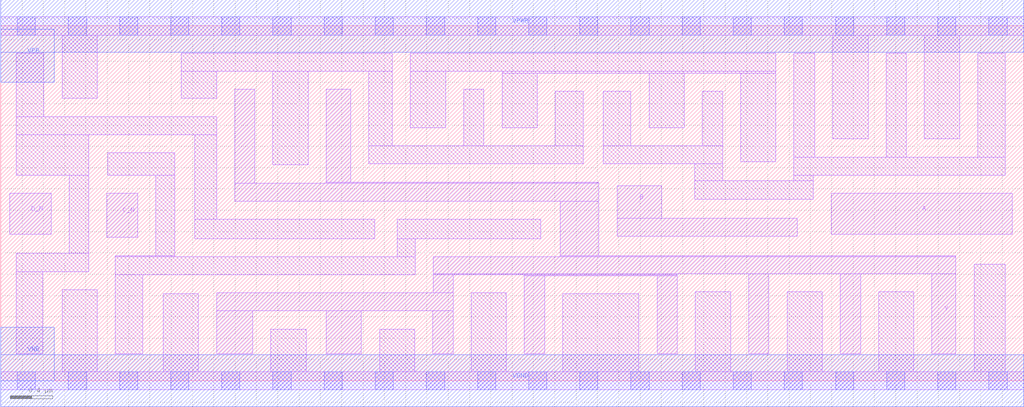
<source format=lef>
# Copyright 2020 The SkyWater PDK Authors
#
# Licensed under the Apache License, Version 2.0 (the "License");
# you may not use this file except in compliance with the License.
# You may obtain a copy of the License at
#
#     https://www.apache.org/licenses/LICENSE-2.0
#
# Unless required by applicable law or agreed to in writing, software
# distributed under the License is distributed on an "AS IS" BASIS,
# WITHOUT WARRANTIES OR CONDITIONS OF ANY KIND, either express or implied.
# See the License for the specific language governing permissions and
# limitations under the License.
#
# SPDX-License-Identifier: Apache-2.0

VERSION 5.5 ;
NAMESCASESENSITIVE ON ;
BUSBITCHARS "[]" ;
DIVIDERCHAR "/" ;
MACRO sky130_fd_sc_lp__nor4bb_4
  CLASS CORE ;
  SOURCE USER ;
  ORIGIN  0.000000  0.000000 ;
  SIZE  9.600000 BY  3.330000 ;
  SYMMETRY X Y R90 ;
  SITE unit ;
  PIN A
    ANTENNAGATEAREA  1.260000 ;
    DIRECTION INPUT ;
    USE SIGNAL ;
    PORT
      LAYER li1 ;
        RECT 7.795000 1.375000 9.495000 1.760000 ;
    END
  END A
  PIN B
    ANTENNAGATEAREA  1.260000 ;
    DIRECTION INPUT ;
    USE SIGNAL ;
    PORT
      LAYER li1 ;
        RECT 5.785000 1.355000 7.475000 1.525000 ;
        RECT 5.785000 1.525000 6.205000 1.830000 ;
    END
  END B
  PIN C_N
    ANTENNAGATEAREA  0.315000 ;
    DIRECTION INPUT ;
    USE SIGNAL ;
    PORT
      LAYER li1 ;
        RECT 0.995000 1.345000 1.285000 1.760000 ;
    END
  END C_N
  PIN D_N
    ANTENNAGATEAREA  0.315000 ;
    DIRECTION INPUT ;
    USE SIGNAL ;
    PORT
      LAYER li1 ;
        RECT 0.085000 1.375000 0.475000 1.760000 ;
    END
  END D_N
  PIN Y
    ANTENNADIFFAREA  2.587200 ;
    DIRECTION OUTPUT ;
    USE SIGNAL ;
    PORT
      LAYER li1 ;
        RECT 2.025000 0.255000 2.365000 0.655000 ;
        RECT 2.025000 0.655000 4.245000 0.825000 ;
        RECT 2.195000 1.685000 5.615000 1.855000 ;
        RECT 2.195000 1.855000 2.385000 2.735000 ;
        RECT 3.055000 0.255000 3.385000 0.655000 ;
        RECT 3.055000 1.855000 5.615000 1.865000 ;
        RECT 3.055000 1.865000 3.285000 2.735000 ;
        RECT 4.055000 0.255000 4.245000 0.655000 ;
        RECT 4.060000 0.825000 4.245000 0.995000 ;
        RECT 4.060000 0.995000 6.350000 1.005000 ;
        RECT 4.060000 1.005000 8.965000 1.165000 ;
        RECT 4.915000 0.255000 5.105000 0.985000 ;
        RECT 4.915000 0.985000 6.350000 0.995000 ;
        RECT 5.250000 1.165000 8.965000 1.175000 ;
        RECT 5.250000 1.175000 5.615000 1.685000 ;
        RECT 6.160000 0.255000 6.350000 0.985000 ;
        RECT 7.020000 0.255000 7.210000 1.005000 ;
        RECT 7.880000 0.255000 8.070000 1.005000 ;
        RECT 8.740000 0.255000 8.965000 1.005000 ;
    END
  END Y
  PIN VGND
    DIRECTION INOUT ;
    USE GROUND ;
    PORT
      LAYER met1 ;
        RECT 0.000000 -0.245000 9.600000 0.245000 ;
    END
  END VGND
  PIN VNB
    DIRECTION INOUT ;
    USE GROUND ;
    PORT
      LAYER met1 ;
        RECT 0.000000 0.000000 0.500000 0.500000 ;
    END
  END VNB
  PIN VPB
    DIRECTION INOUT ;
    USE POWER ;
    PORT
      LAYER met1 ;
        RECT 0.000000 2.800000 0.500000 3.300000 ;
    END
  END VPB
  PIN VPWR
    DIRECTION INOUT ;
    USE POWER ;
    PORT
      LAYER met1 ;
        RECT 0.000000 3.085000 9.600000 3.575000 ;
    END
  END VPWR
  OBS
    LAYER li1 ;
      RECT 0.000000 -0.085000 9.600000 0.085000 ;
      RECT 0.000000  3.245000 9.600000 3.415000 ;
      RECT 0.145000  0.255000 0.395000 1.025000 ;
      RECT 0.145000  1.025000 0.825000 1.195000 ;
      RECT 0.145000  1.930000 0.825000 2.310000 ;
      RECT 0.145000  2.310000 2.025000 2.480000 ;
      RECT 0.145000  2.480000 0.405000 3.075000 ;
      RECT 0.575000  0.085000 0.905000 0.855000 ;
      RECT 0.575000  2.650000 0.905000 3.245000 ;
      RECT 0.645000  1.195000 0.825000 1.930000 ;
      RECT 1.005000  1.930000 1.635000 2.140000 ;
      RECT 1.075000  0.255000 1.335000 0.995000 ;
      RECT 1.075000  0.995000 3.890000 1.165000 ;
      RECT 1.075000  1.165000 1.635000 1.175000 ;
      RECT 1.455000  1.175000 1.635000 1.930000 ;
      RECT 1.525000  0.085000 1.855000 0.815000 ;
      RECT 1.695000  2.650000 2.025000 2.905000 ;
      RECT 1.695000  2.905000 3.675000 3.075000 ;
      RECT 1.820000  1.335000 3.510000 1.515000 ;
      RECT 1.820000  1.515000 2.025000 2.310000 ;
      RECT 2.535000  0.085000 2.865000 0.485000 ;
      RECT 2.555000  2.025000 2.885000 2.905000 ;
      RECT 3.455000  2.035000 5.465000 2.205000 ;
      RECT 3.455000  2.205000 3.675000 2.905000 ;
      RECT 3.555000  0.085000 3.885000 0.485000 ;
      RECT 3.720000  1.165000 3.890000 1.335000 ;
      RECT 3.720000  1.335000 5.070000 1.515000 ;
      RECT 3.845000  2.375000 4.175000 2.905000 ;
      RECT 3.845000  2.905000 7.275000 3.075000 ;
      RECT 4.345000  2.205000 4.535000 2.735000 ;
      RECT 4.415000  0.085000 4.745000 0.825000 ;
      RECT 4.705000  2.375000 5.035000 2.885000 ;
      RECT 4.705000  2.885000 7.275000 2.905000 ;
      RECT 5.205000  2.205000 5.465000 2.715000 ;
      RECT 5.275000  0.085000 5.990000 0.815000 ;
      RECT 5.655000  2.035000 6.775000 2.205000 ;
      RECT 5.655000  2.205000 5.915000 2.715000 ;
      RECT 6.085000  2.375000 6.415000 2.885000 ;
      RECT 6.515000  1.705000 7.625000 1.875000 ;
      RECT 6.515000  1.875000 6.775000 2.035000 ;
      RECT 6.520000  0.085000 6.850000 0.835000 ;
      RECT 6.585000  2.205000 6.775000 2.715000 ;
      RECT 6.945000  2.055000 7.275000 2.885000 ;
      RECT 7.380000  0.085000 7.710000 0.835000 ;
      RECT 7.445000  1.875000 7.625000 1.930000 ;
      RECT 7.445000  1.930000 9.430000 2.100000 ;
      RECT 7.445000  2.100000 7.640000 3.075000 ;
      RECT 7.810000  2.270000 8.140000 3.245000 ;
      RECT 8.240000  0.085000 8.570000 0.835000 ;
      RECT 8.310000  2.100000 8.500000 3.075000 ;
      RECT 8.670000  2.270000 9.000000 3.245000 ;
      RECT 9.135000  0.085000 9.430000 1.095000 ;
      RECT 9.170000  2.100000 9.430000 3.075000 ;
    LAYER mcon ;
      RECT 0.155000 -0.085000 0.325000 0.085000 ;
      RECT 0.155000  3.245000 0.325000 3.415000 ;
      RECT 0.635000 -0.085000 0.805000 0.085000 ;
      RECT 0.635000  3.245000 0.805000 3.415000 ;
      RECT 1.115000 -0.085000 1.285000 0.085000 ;
      RECT 1.115000  3.245000 1.285000 3.415000 ;
      RECT 1.595000 -0.085000 1.765000 0.085000 ;
      RECT 1.595000  3.245000 1.765000 3.415000 ;
      RECT 2.075000 -0.085000 2.245000 0.085000 ;
      RECT 2.075000  3.245000 2.245000 3.415000 ;
      RECT 2.555000 -0.085000 2.725000 0.085000 ;
      RECT 2.555000  3.245000 2.725000 3.415000 ;
      RECT 3.035000 -0.085000 3.205000 0.085000 ;
      RECT 3.035000  3.245000 3.205000 3.415000 ;
      RECT 3.515000 -0.085000 3.685000 0.085000 ;
      RECT 3.515000  3.245000 3.685000 3.415000 ;
      RECT 3.995000 -0.085000 4.165000 0.085000 ;
      RECT 3.995000  3.245000 4.165000 3.415000 ;
      RECT 4.475000 -0.085000 4.645000 0.085000 ;
      RECT 4.475000  3.245000 4.645000 3.415000 ;
      RECT 4.955000 -0.085000 5.125000 0.085000 ;
      RECT 4.955000  3.245000 5.125000 3.415000 ;
      RECT 5.435000 -0.085000 5.605000 0.085000 ;
      RECT 5.435000  3.245000 5.605000 3.415000 ;
      RECT 5.915000 -0.085000 6.085000 0.085000 ;
      RECT 5.915000  3.245000 6.085000 3.415000 ;
      RECT 6.395000 -0.085000 6.565000 0.085000 ;
      RECT 6.395000  3.245000 6.565000 3.415000 ;
      RECT 6.875000 -0.085000 7.045000 0.085000 ;
      RECT 6.875000  3.245000 7.045000 3.415000 ;
      RECT 7.355000 -0.085000 7.525000 0.085000 ;
      RECT 7.355000  3.245000 7.525000 3.415000 ;
      RECT 7.835000 -0.085000 8.005000 0.085000 ;
      RECT 7.835000  3.245000 8.005000 3.415000 ;
      RECT 8.315000 -0.085000 8.485000 0.085000 ;
      RECT 8.315000  3.245000 8.485000 3.415000 ;
      RECT 8.795000 -0.085000 8.965000 0.085000 ;
      RECT 8.795000  3.245000 8.965000 3.415000 ;
      RECT 9.275000 -0.085000 9.445000 0.085000 ;
      RECT 9.275000  3.245000 9.445000 3.415000 ;
  END
END sky130_fd_sc_lp__nor4bb_4
END LIBRARY

</source>
